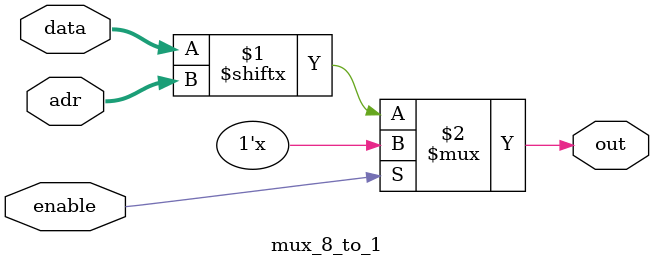
<source format=v>
module mux_8_to_1(data, adr, enable, out);
	input [7:0] data;
	input [2:0] adr;
	input enable;
	output out;
	
	assign out = (enable) ? 1'bz :(data[adr]);
endmodule

</source>
